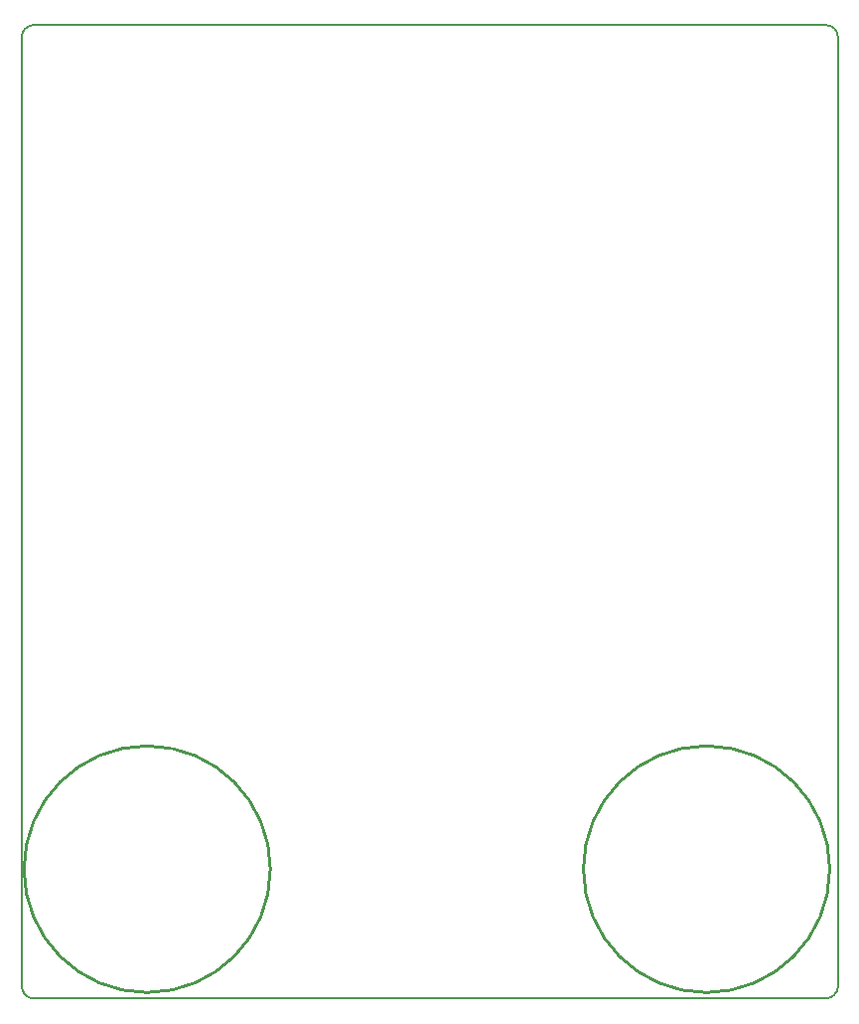
<source format=gko>
G04*
G04 #@! TF.GenerationSoftware,Altium Limited,Altium Designer,20.0.10 (225)*
G04*
G04 Layer_Color=16711935*
%FSLAX25Y25*%
%MOIN*%
G70*
G01*
G75*
%ADD10C,0.01000*%
%ADD11C,0.00787*%
D10*
X234819Y1279929D02*
G03*
X234819Y1279929I-41339J0D01*
G01*
X422590D02*
G03*
X422590Y1279929I-41339J0D01*
G01*
D11*
X421228Y1236606D02*
G03*
X425370Y1240748I0J4142D01*
G01*
X151350D02*
G03*
X155492Y1236606I4142J0D01*
G01*
X425370Y1558858D02*
G03*
X421228Y1563000I-4142J0D01*
G01*
X155492Y1562992D02*
G03*
X151350Y1558850I0J-4142D01*
G01*
X425354Y1240555D02*
Y1558858D01*
X155488Y1236610D02*
X421228D01*
X151350Y1240748D02*
Y1558850D01*
X155492Y1562992D02*
X421228D01*
M02*

</source>
